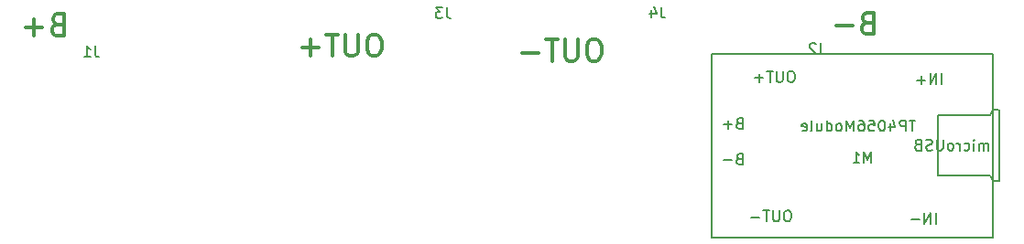
<source format=gbr>
G04 #@! TF.GenerationSoftware,KiCad,Pcbnew,5.1.4-e60b266~84~ubuntu19.04.1*
G04 #@! TF.CreationDate,2019-09-15T17:47:07+02:00*
G04 #@! TF.ProjectId,kicad,6b696361-642e-46b6-9963-61645f706362,rev?*
G04 #@! TF.SameCoordinates,Original*
G04 #@! TF.FileFunction,Legend,Bot*
G04 #@! TF.FilePolarity,Positive*
%FSLAX46Y46*%
G04 Gerber Fmt 4.6, Leading zero omitted, Abs format (unit mm)*
G04 Created by KiCad (PCBNEW 5.1.4-e60b266~84~ubuntu19.04.1) date 2019-09-15 17:47:07*
%MOMM*%
%LPD*%
G04 APERTURE LIST*
%ADD10C,0.150000*%
%ADD11C,0.300000*%
G04 APERTURE END LIST*
D10*
X120290000Y-44000000D02*
X94300000Y-44000000D01*
X120300000Y-27000000D02*
X94300000Y-27000000D01*
X120870000Y-38760000D02*
X120870000Y-32210000D01*
X120856000Y-38788000D02*
X120348000Y-38788000D01*
X120348000Y-38788000D02*
X120094000Y-38280000D01*
X120094000Y-38280000D02*
X119840000Y-38280000D01*
X120856000Y-32184000D02*
X120348000Y-32184000D01*
X120348000Y-32184000D02*
X120094000Y-32692000D01*
X120094000Y-32692000D02*
X115268000Y-32692000D01*
X115268000Y-32692000D02*
X115268000Y-38280000D01*
X115268000Y-38280000D02*
X119840000Y-38280000D01*
X120296000Y-44000000D02*
X120296000Y-27000000D01*
X94294000Y-27000000D02*
X94294000Y-44000000D01*
X109075523Y-37082380D02*
X109075523Y-36082380D01*
X108742190Y-36796666D01*
X108408857Y-36082380D01*
X108408857Y-37082380D01*
X107408857Y-37082380D02*
X107980285Y-37082380D01*
X107694571Y-37082380D02*
X107694571Y-36082380D01*
X107789809Y-36225238D01*
X107885047Y-36320476D01*
X107980285Y-36368095D01*
X113147523Y-33146380D02*
X112576095Y-33146380D01*
X112861809Y-34146380D02*
X112861809Y-33146380D01*
X112242761Y-34146380D02*
X112242761Y-33146380D01*
X111861809Y-33146380D01*
X111766571Y-33194000D01*
X111718952Y-33241619D01*
X111671333Y-33336857D01*
X111671333Y-33479714D01*
X111718952Y-33574952D01*
X111766571Y-33622571D01*
X111861809Y-33670190D01*
X112242761Y-33670190D01*
X110814190Y-33479714D02*
X110814190Y-34146380D01*
X111052285Y-33098761D02*
X111290380Y-33813047D01*
X110671333Y-33813047D01*
X110099904Y-33146380D02*
X110004666Y-33146380D01*
X109909428Y-33194000D01*
X109861809Y-33241619D01*
X109814190Y-33336857D01*
X109766571Y-33527333D01*
X109766571Y-33765428D01*
X109814190Y-33955904D01*
X109861809Y-34051142D01*
X109909428Y-34098761D01*
X110004666Y-34146380D01*
X110099904Y-34146380D01*
X110195142Y-34098761D01*
X110242761Y-34051142D01*
X110290380Y-33955904D01*
X110338000Y-33765428D01*
X110338000Y-33527333D01*
X110290380Y-33336857D01*
X110242761Y-33241619D01*
X110195142Y-33194000D01*
X110099904Y-33146380D01*
X108861809Y-33146380D02*
X109338000Y-33146380D01*
X109385619Y-33622571D01*
X109338000Y-33574952D01*
X109242761Y-33527333D01*
X109004666Y-33527333D01*
X108909428Y-33574952D01*
X108861809Y-33622571D01*
X108814190Y-33717809D01*
X108814190Y-33955904D01*
X108861809Y-34051142D01*
X108909428Y-34098761D01*
X109004666Y-34146380D01*
X109242761Y-34146380D01*
X109338000Y-34098761D01*
X109385619Y-34051142D01*
X107957047Y-33146380D02*
X108147523Y-33146380D01*
X108242761Y-33194000D01*
X108290380Y-33241619D01*
X108385619Y-33384476D01*
X108433238Y-33574952D01*
X108433238Y-33955904D01*
X108385619Y-34051142D01*
X108338000Y-34098761D01*
X108242761Y-34146380D01*
X108052285Y-34146380D01*
X107957047Y-34098761D01*
X107909428Y-34051142D01*
X107861809Y-33955904D01*
X107861809Y-33717809D01*
X107909428Y-33622571D01*
X107957047Y-33574952D01*
X108052285Y-33527333D01*
X108242761Y-33527333D01*
X108338000Y-33574952D01*
X108385619Y-33622571D01*
X108433238Y-33717809D01*
X107433238Y-34146380D02*
X107433238Y-33146380D01*
X107099904Y-33860666D01*
X106766571Y-33146380D01*
X106766571Y-34146380D01*
X106147523Y-34146380D02*
X106242761Y-34098761D01*
X106290380Y-34051142D01*
X106338000Y-33955904D01*
X106338000Y-33670190D01*
X106290380Y-33574952D01*
X106242761Y-33527333D01*
X106147523Y-33479714D01*
X106004666Y-33479714D01*
X105909428Y-33527333D01*
X105861809Y-33574952D01*
X105814190Y-33670190D01*
X105814190Y-33955904D01*
X105861809Y-34051142D01*
X105909428Y-34098761D01*
X106004666Y-34146380D01*
X106147523Y-34146380D01*
X104957047Y-34146380D02*
X104957047Y-33146380D01*
X104957047Y-34098761D02*
X105052285Y-34146380D01*
X105242761Y-34146380D01*
X105338000Y-34098761D01*
X105385619Y-34051142D01*
X105433238Y-33955904D01*
X105433238Y-33670190D01*
X105385619Y-33574952D01*
X105338000Y-33527333D01*
X105242761Y-33479714D01*
X105052285Y-33479714D01*
X104957047Y-33527333D01*
X104052285Y-33479714D02*
X104052285Y-34146380D01*
X104480857Y-33479714D02*
X104480857Y-34003523D01*
X104433238Y-34098761D01*
X104338000Y-34146380D01*
X104195142Y-34146380D01*
X104099904Y-34098761D01*
X104052285Y-34051142D01*
X103433238Y-34146380D02*
X103528476Y-34098761D01*
X103576095Y-34003523D01*
X103576095Y-33146380D01*
X102671333Y-34098761D02*
X102766571Y-34146380D01*
X102957047Y-34146380D01*
X103052285Y-34098761D01*
X103099904Y-34003523D01*
X103099904Y-33622571D01*
X103052285Y-33527333D01*
X102957047Y-33479714D01*
X102766571Y-33479714D01*
X102671333Y-33527333D01*
X102623714Y-33622571D01*
X102623714Y-33717809D01*
X103099904Y-33813047D01*
X119895142Y-35938380D02*
X119895142Y-35271714D01*
X119895142Y-35366952D02*
X119847523Y-35319333D01*
X119752285Y-35271714D01*
X119609428Y-35271714D01*
X119514190Y-35319333D01*
X119466571Y-35414571D01*
X119466571Y-35938380D01*
X119466571Y-35414571D02*
X119418952Y-35319333D01*
X119323714Y-35271714D01*
X119180857Y-35271714D01*
X119085619Y-35319333D01*
X119038000Y-35414571D01*
X119038000Y-35938380D01*
X118561809Y-35938380D02*
X118561809Y-35271714D01*
X118561809Y-34938380D02*
X118609428Y-34986000D01*
X118561809Y-35033619D01*
X118514190Y-34986000D01*
X118561809Y-34938380D01*
X118561809Y-35033619D01*
X117657047Y-35890761D02*
X117752285Y-35938380D01*
X117942761Y-35938380D01*
X118038000Y-35890761D01*
X118085619Y-35843142D01*
X118133238Y-35747904D01*
X118133238Y-35462190D01*
X118085619Y-35366952D01*
X118038000Y-35319333D01*
X117942761Y-35271714D01*
X117752285Y-35271714D01*
X117657047Y-35319333D01*
X117228476Y-35938380D02*
X117228476Y-35271714D01*
X117228476Y-35462190D02*
X117180857Y-35366952D01*
X117133238Y-35319333D01*
X117038000Y-35271714D01*
X116942761Y-35271714D01*
X116466571Y-35938380D02*
X116561809Y-35890761D01*
X116609428Y-35843142D01*
X116657047Y-35747904D01*
X116657047Y-35462190D01*
X116609428Y-35366952D01*
X116561809Y-35319333D01*
X116466571Y-35271714D01*
X116323714Y-35271714D01*
X116228476Y-35319333D01*
X116180857Y-35366952D01*
X116133238Y-35462190D01*
X116133238Y-35747904D01*
X116180857Y-35843142D01*
X116228476Y-35890761D01*
X116323714Y-35938380D01*
X116466571Y-35938380D01*
X115704666Y-34938380D02*
X115704666Y-35747904D01*
X115657047Y-35843142D01*
X115609428Y-35890761D01*
X115514190Y-35938380D01*
X115323714Y-35938380D01*
X115228476Y-35890761D01*
X115180857Y-35843142D01*
X115133238Y-35747904D01*
X115133238Y-34938380D01*
X114704666Y-35890761D02*
X114561809Y-35938380D01*
X114323714Y-35938380D01*
X114228476Y-35890761D01*
X114180857Y-35843142D01*
X114133238Y-35747904D01*
X114133238Y-35652666D01*
X114180857Y-35557428D01*
X114228476Y-35509809D01*
X114323714Y-35462190D01*
X114514190Y-35414571D01*
X114609428Y-35366952D01*
X114657047Y-35319333D01*
X114704666Y-35224095D01*
X114704666Y-35128857D01*
X114657047Y-35033619D01*
X114609428Y-34986000D01*
X114514190Y-34938380D01*
X114276095Y-34938380D01*
X114133238Y-34986000D01*
X113371333Y-35414571D02*
X113228476Y-35462190D01*
X113180857Y-35509809D01*
X113133238Y-35605047D01*
X113133238Y-35747904D01*
X113180857Y-35843142D01*
X113228476Y-35890761D01*
X113323714Y-35938380D01*
X113704666Y-35938380D01*
X113704666Y-34938380D01*
X113371333Y-34938380D01*
X113276095Y-34986000D01*
X113228476Y-35033619D01*
X113180857Y-35128857D01*
X113180857Y-35224095D01*
X113228476Y-35319333D01*
X113276095Y-35366952D01*
X113371333Y-35414571D01*
X113704666Y-35414571D01*
X96873619Y-36718571D02*
X96730761Y-36766190D01*
X96683142Y-36813809D01*
X96635523Y-36909047D01*
X96635523Y-37051904D01*
X96683142Y-37147142D01*
X96730761Y-37194761D01*
X96826000Y-37242380D01*
X97206952Y-37242380D01*
X97206952Y-36242380D01*
X96873619Y-36242380D01*
X96778380Y-36290000D01*
X96730761Y-36337619D01*
X96683142Y-36432857D01*
X96683142Y-36528095D01*
X96730761Y-36623333D01*
X96778380Y-36670952D01*
X96873619Y-36718571D01*
X97206952Y-36718571D01*
X96206952Y-36861428D02*
X95445047Y-36861428D01*
X96873619Y-33416571D02*
X96730761Y-33464190D01*
X96683142Y-33511809D01*
X96635523Y-33607047D01*
X96635523Y-33749904D01*
X96683142Y-33845142D01*
X96730761Y-33892761D01*
X96826000Y-33940380D01*
X97206952Y-33940380D01*
X97206952Y-32940380D01*
X96873619Y-32940380D01*
X96778380Y-32988000D01*
X96730761Y-33035619D01*
X96683142Y-33130857D01*
X96683142Y-33226095D01*
X96730761Y-33321333D01*
X96778380Y-33368952D01*
X96873619Y-33416571D01*
X97206952Y-33416571D01*
X96206952Y-33559428D02*
X95445047Y-33559428D01*
X95826000Y-33940380D02*
X95826000Y-33178476D01*
X101429047Y-41508380D02*
X101238571Y-41508380D01*
X101143333Y-41556000D01*
X101048095Y-41651238D01*
X101000476Y-41841714D01*
X101000476Y-42175047D01*
X101048095Y-42365523D01*
X101143333Y-42460761D01*
X101238571Y-42508380D01*
X101429047Y-42508380D01*
X101524285Y-42460761D01*
X101619523Y-42365523D01*
X101667142Y-42175047D01*
X101667142Y-41841714D01*
X101619523Y-41651238D01*
X101524285Y-41556000D01*
X101429047Y-41508380D01*
X100571904Y-41508380D02*
X100571904Y-42317904D01*
X100524285Y-42413142D01*
X100476666Y-42460761D01*
X100381428Y-42508380D01*
X100190952Y-42508380D01*
X100095714Y-42460761D01*
X100048095Y-42413142D01*
X100000476Y-42317904D01*
X100000476Y-41508380D01*
X99667142Y-41508380D02*
X99095714Y-41508380D01*
X99381428Y-42508380D02*
X99381428Y-41508380D01*
X98762380Y-42127428D02*
X98000476Y-42127428D01*
X101749047Y-28604380D02*
X101558571Y-28604380D01*
X101463333Y-28652000D01*
X101368095Y-28747238D01*
X101320476Y-28937714D01*
X101320476Y-29271047D01*
X101368095Y-29461523D01*
X101463333Y-29556761D01*
X101558571Y-29604380D01*
X101749047Y-29604380D01*
X101844285Y-29556761D01*
X101939523Y-29461523D01*
X101987142Y-29271047D01*
X101987142Y-28937714D01*
X101939523Y-28747238D01*
X101844285Y-28652000D01*
X101749047Y-28604380D01*
X100891904Y-28604380D02*
X100891904Y-29413904D01*
X100844285Y-29509142D01*
X100796666Y-29556761D01*
X100701428Y-29604380D01*
X100510952Y-29604380D01*
X100415714Y-29556761D01*
X100368095Y-29509142D01*
X100320476Y-29413904D01*
X100320476Y-28604380D01*
X99987142Y-28604380D02*
X99415714Y-28604380D01*
X99701428Y-29604380D02*
X99701428Y-28604380D01*
X99082380Y-29223428D02*
X98320476Y-29223428D01*
X98701428Y-29604380D02*
X98701428Y-28842476D01*
X115042857Y-42712380D02*
X115042857Y-41712380D01*
X114566666Y-42712380D02*
X114566666Y-41712380D01*
X113995238Y-42712380D01*
X113995238Y-41712380D01*
X113519047Y-42331428D02*
X112757142Y-42331428D01*
X115572857Y-29822380D02*
X115572857Y-28822380D01*
X115096666Y-29822380D02*
X115096666Y-28822380D01*
X114525238Y-29822380D01*
X114525238Y-28822380D01*
X114049047Y-29441428D02*
X113287142Y-29441428D01*
X113668095Y-29822380D02*
X113668095Y-29060476D01*
X89629333Y-22646380D02*
X89629333Y-23360666D01*
X89676952Y-23503523D01*
X89772190Y-23598761D01*
X89915047Y-23646380D01*
X90010285Y-23646380D01*
X88724571Y-22979714D02*
X88724571Y-23646380D01*
X88962666Y-22598761D02*
X89200761Y-23313047D01*
X88581714Y-23313047D01*
D11*
X83644095Y-25654761D02*
X83263142Y-25654761D01*
X83072666Y-25750000D01*
X82882190Y-25940476D01*
X82786952Y-26321428D01*
X82786952Y-26988095D01*
X82882190Y-27369047D01*
X83072666Y-27559523D01*
X83263142Y-27654761D01*
X83644095Y-27654761D01*
X83834571Y-27559523D01*
X84025047Y-27369047D01*
X84120285Y-26988095D01*
X84120285Y-26321428D01*
X84025047Y-25940476D01*
X83834571Y-25750000D01*
X83644095Y-25654761D01*
X81929809Y-25654761D02*
X81929809Y-27273809D01*
X81834571Y-27464285D01*
X81739333Y-27559523D01*
X81548857Y-27654761D01*
X81167904Y-27654761D01*
X80977428Y-27559523D01*
X80882190Y-27464285D01*
X80786952Y-27273809D01*
X80786952Y-25654761D01*
X80120285Y-25654761D02*
X78977428Y-25654761D01*
X79548857Y-27654761D02*
X79548857Y-25654761D01*
X78310761Y-26892857D02*
X76786952Y-26892857D01*
D10*
X69817333Y-22700380D02*
X69817333Y-23414666D01*
X69864952Y-23557523D01*
X69960190Y-23652761D01*
X70103047Y-23700380D01*
X70198285Y-23700380D01*
X69436380Y-22700380D02*
X68817333Y-22700380D01*
X69150666Y-23081333D01*
X69007809Y-23081333D01*
X68912571Y-23128952D01*
X68864952Y-23176571D01*
X68817333Y-23271809D01*
X68817333Y-23509904D01*
X68864952Y-23605142D01*
X68912571Y-23652761D01*
X69007809Y-23700380D01*
X69293523Y-23700380D01*
X69388761Y-23652761D01*
X69436380Y-23605142D01*
D11*
X63324095Y-25200761D02*
X62943142Y-25200761D01*
X62752666Y-25296000D01*
X62562190Y-25486476D01*
X62466952Y-25867428D01*
X62466952Y-26534095D01*
X62562190Y-26915047D01*
X62752666Y-27105523D01*
X62943142Y-27200761D01*
X63324095Y-27200761D01*
X63514571Y-27105523D01*
X63705047Y-26915047D01*
X63800285Y-26534095D01*
X63800285Y-25867428D01*
X63705047Y-25486476D01*
X63514571Y-25296000D01*
X63324095Y-25200761D01*
X61609809Y-25200761D02*
X61609809Y-26819809D01*
X61514571Y-27010285D01*
X61419333Y-27105523D01*
X61228857Y-27200761D01*
X60847904Y-27200761D01*
X60657428Y-27105523D01*
X60562190Y-27010285D01*
X60466952Y-26819809D01*
X60466952Y-25200761D01*
X59800285Y-25200761D02*
X58657428Y-25200761D01*
X59228857Y-27200761D02*
X59228857Y-25200761D01*
X57990761Y-26438857D02*
X56466952Y-26438857D01*
X57228857Y-27200761D02*
X57228857Y-25676952D01*
D10*
X104361333Y-26010380D02*
X104361333Y-26724666D01*
X104408952Y-26867523D01*
X104504190Y-26962761D01*
X104647047Y-27010380D01*
X104742285Y-27010380D01*
X103932761Y-26105619D02*
X103885142Y-26058000D01*
X103789904Y-26010380D01*
X103551809Y-26010380D01*
X103456571Y-26058000D01*
X103408952Y-26105619D01*
X103361333Y-26200857D01*
X103361333Y-26296095D01*
X103408952Y-26438952D01*
X103980380Y-27010380D01*
X103361333Y-27010380D01*
D11*
X108679238Y-24129142D02*
X108393523Y-24224380D01*
X108298285Y-24319619D01*
X108203047Y-24510095D01*
X108203047Y-24795809D01*
X108298285Y-24986285D01*
X108393523Y-25081523D01*
X108584000Y-25176761D01*
X109345904Y-25176761D01*
X109345904Y-23176761D01*
X108679238Y-23176761D01*
X108488761Y-23272000D01*
X108393523Y-23367238D01*
X108298285Y-23557714D01*
X108298285Y-23748190D01*
X108393523Y-23938666D01*
X108488761Y-24033904D01*
X108679238Y-24129142D01*
X109345904Y-24129142D01*
X107345904Y-24414857D02*
X105822095Y-24414857D01*
D10*
X37305333Y-26264380D02*
X37305333Y-26978666D01*
X37352952Y-27121523D01*
X37448190Y-27216761D01*
X37591047Y-27264380D01*
X37686285Y-27264380D01*
X36305333Y-27264380D02*
X36876761Y-27264380D01*
X36591047Y-27264380D02*
X36591047Y-26264380D01*
X36686285Y-26407238D01*
X36781523Y-26502476D01*
X36876761Y-26550095D01*
D11*
X33795238Y-24257142D02*
X33509523Y-24352380D01*
X33414285Y-24447619D01*
X33319047Y-24638095D01*
X33319047Y-24923809D01*
X33414285Y-25114285D01*
X33509523Y-25209523D01*
X33700000Y-25304761D01*
X34461904Y-25304761D01*
X34461904Y-23304761D01*
X33795238Y-23304761D01*
X33604761Y-23400000D01*
X33509523Y-23495238D01*
X33414285Y-23685714D01*
X33414285Y-23876190D01*
X33509523Y-24066666D01*
X33604761Y-24161904D01*
X33795238Y-24257142D01*
X34461904Y-24257142D01*
X32461904Y-24542857D02*
X30938095Y-24542857D01*
X31700000Y-25304761D02*
X31700000Y-23780952D01*
M02*

</source>
